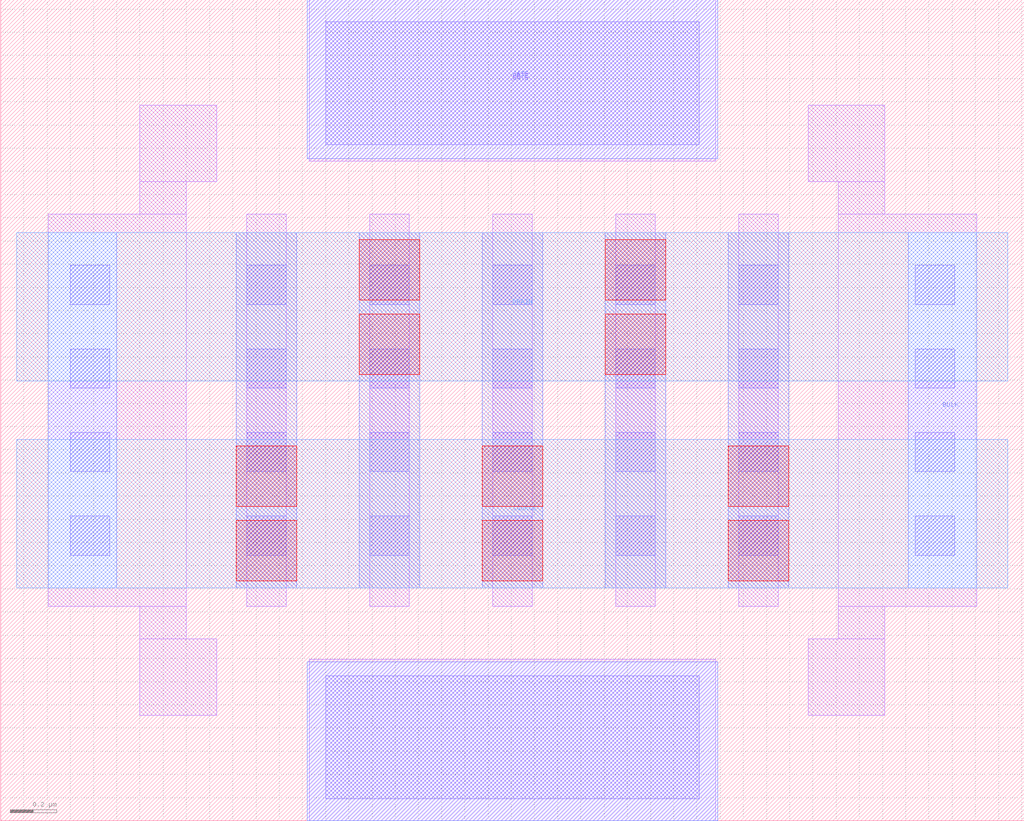
<source format=lef>
# Copyright 2020 The SkyWater PDK Authors
#
# Licensed under the Apache License, Version 2.0 (the "License");
# you may not use this file except in compliance with the License.
# You may obtain a copy of the License at
#
#     https://www.apache.org/licenses/LICENSE-2.0
#
# Unless required by applicable law or agreed to in writing, software
# distributed under the License is distributed on an "AS IS" BASIS,
# WITHOUT WARRANTIES OR CONDITIONS OF ANY KIND, either express or implied.
# See the License for the specific language governing permissions and
# limitations under the License.
#
# SPDX-License-Identifier: Apache-2.0

VERSION 5.7 ;
  NOWIREEXTENSIONATPIN ON ;
  DIVIDERCHAR "/" ;
  BUSBITCHARS "[]" ;
MACRO sky130_fd_pr__rf_pfet_01v8_bM04W1p65L0p25
  CLASS BLOCK ;
  FOREIGN sky130_fd_pr__rf_pfet_01v8_bM04W1p65L0p25 ;
  ORIGIN  0.000000  0.000000 ;
  SIZE  4.410000 BY  3.540000 ;
  PIN BULK
    ANTENNADIFFAREA  2.145000 ;
    ANTENNAGATEAREA  0.495000 ;
    PORT
      LAYER met1 ;
        RECT 0.205000 1.005000 0.500000 2.535000 ;
        RECT 3.910000 1.005000 4.205000 2.535000 ;
    END
  END BULK
  PIN DRAIN
    ANTENNADIFFAREA  0.924000 ;
    PORT
      LAYER met2 ;
        RECT 0.070000 1.895000 4.340000 2.535000 ;
    END
  END DRAIN
  PIN GATE
    ANTENNAGATEAREA  1.650000 ;
    PORT
      LAYER li1 ;
        RECT 1.330000 0.000000 3.080000 0.695000 ;
        RECT 1.330000 2.845000 3.080000 3.540000 ;
      LAYER mcon ;
        RECT 1.400000 0.095000 3.010000 0.625000 ;
        RECT 1.400000 2.915000 3.010000 3.445000 ;
    END
    PORT
      LAYER met1 ;
        RECT 1.320000 0.000000 3.090000 0.685000 ;
        RECT 1.320000 2.855000 3.090000 3.540000 ;
    END
  END GATE
  PIN SOURCE
    ANTENNADIFFAREA  1.386000 ;
    PORT
      LAYER met2 ;
        RECT 0.070000 1.005000 4.340000 1.645000 ;
    END
  END SOURCE
  OBS
    LAYER li1 ;
      RECT 0.205000 0.925000 0.800000 2.615000 ;
      RECT 0.600000 0.455000 0.930000 0.785000 ;
      RECT 0.600000 0.785000 0.800000 0.925000 ;
      RECT 0.600000 2.615000 0.800000 2.755000 ;
      RECT 0.600000 2.755000 0.930000 3.085000 ;
      RECT 1.060000 0.925000 1.230000 2.615000 ;
      RECT 1.590000 0.925000 1.760000 2.615000 ;
      RECT 2.120000 0.925000 2.290000 2.615000 ;
      RECT 2.650000 0.925000 2.820000 2.615000 ;
      RECT 3.180000 0.925000 3.350000 2.615000 ;
      RECT 3.480000 0.455000 3.810000 0.785000 ;
      RECT 3.480000 2.755000 3.810000 3.085000 ;
      RECT 3.610000 0.785000 3.810000 0.925000 ;
      RECT 3.610000 0.925000 4.205000 2.615000 ;
      RECT 3.610000 2.615000 3.810000 2.755000 ;
    LAYER mcon ;
      RECT 0.300000 1.145000 0.470000 1.315000 ;
      RECT 0.300000 1.505000 0.470000 1.675000 ;
      RECT 0.300000 1.865000 0.470000 2.035000 ;
      RECT 0.300000 2.225000 0.470000 2.395000 ;
      RECT 1.060000 1.145000 1.230000 1.315000 ;
      RECT 1.060000 1.505000 1.230000 1.675000 ;
      RECT 1.060000 1.865000 1.230000 2.035000 ;
      RECT 1.060000 2.225000 1.230000 2.395000 ;
      RECT 1.590000 1.145000 1.760000 1.315000 ;
      RECT 1.590000 1.505000 1.760000 1.675000 ;
      RECT 1.590000 1.865000 1.760000 2.035000 ;
      RECT 1.590000 2.225000 1.760000 2.395000 ;
      RECT 2.120000 1.145000 2.290000 1.315000 ;
      RECT 2.120000 1.505000 2.290000 1.675000 ;
      RECT 2.120000 1.865000 2.290000 2.035000 ;
      RECT 2.120000 2.225000 2.290000 2.395000 ;
      RECT 2.650000 1.145000 2.820000 1.315000 ;
      RECT 2.650000 1.505000 2.820000 1.675000 ;
      RECT 2.650000 1.865000 2.820000 2.035000 ;
      RECT 2.650000 2.225000 2.820000 2.395000 ;
      RECT 3.180000 1.145000 3.350000 1.315000 ;
      RECT 3.180000 1.505000 3.350000 1.675000 ;
      RECT 3.180000 1.865000 3.350000 2.035000 ;
      RECT 3.180000 2.225000 3.350000 2.395000 ;
      RECT 3.940000 1.145000 4.110000 1.315000 ;
      RECT 3.940000 1.505000 4.110000 1.675000 ;
      RECT 3.940000 1.865000 4.110000 2.035000 ;
      RECT 3.940000 2.225000 4.110000 2.395000 ;
    LAYER met1 ;
      RECT 1.015000 1.005000 1.275000 2.535000 ;
      RECT 1.545000 1.005000 1.805000 2.535000 ;
      RECT 2.075000 1.005000 2.335000 2.535000 ;
      RECT 2.605000 1.005000 2.865000 2.535000 ;
      RECT 3.135000 1.005000 3.395000 2.535000 ;
    LAYER via ;
      RECT 1.015000 1.035000 1.275000 1.295000 ;
      RECT 1.015000 1.355000 1.275000 1.615000 ;
      RECT 1.545000 1.925000 1.805000 2.185000 ;
      RECT 1.545000 2.245000 1.805000 2.505000 ;
      RECT 2.075000 1.035000 2.335000 1.295000 ;
      RECT 2.075000 1.355000 2.335000 1.615000 ;
      RECT 2.605000 1.925000 2.865000 2.185000 ;
      RECT 2.605000 2.245000 2.865000 2.505000 ;
      RECT 3.135000 1.035000 3.395000 1.295000 ;
      RECT 3.135000 1.355000 3.395000 1.615000 ;
  END
END sky130_fd_pr__rf_pfet_01v8_bM04W1p65L0p25
END LIBRARY

</source>
